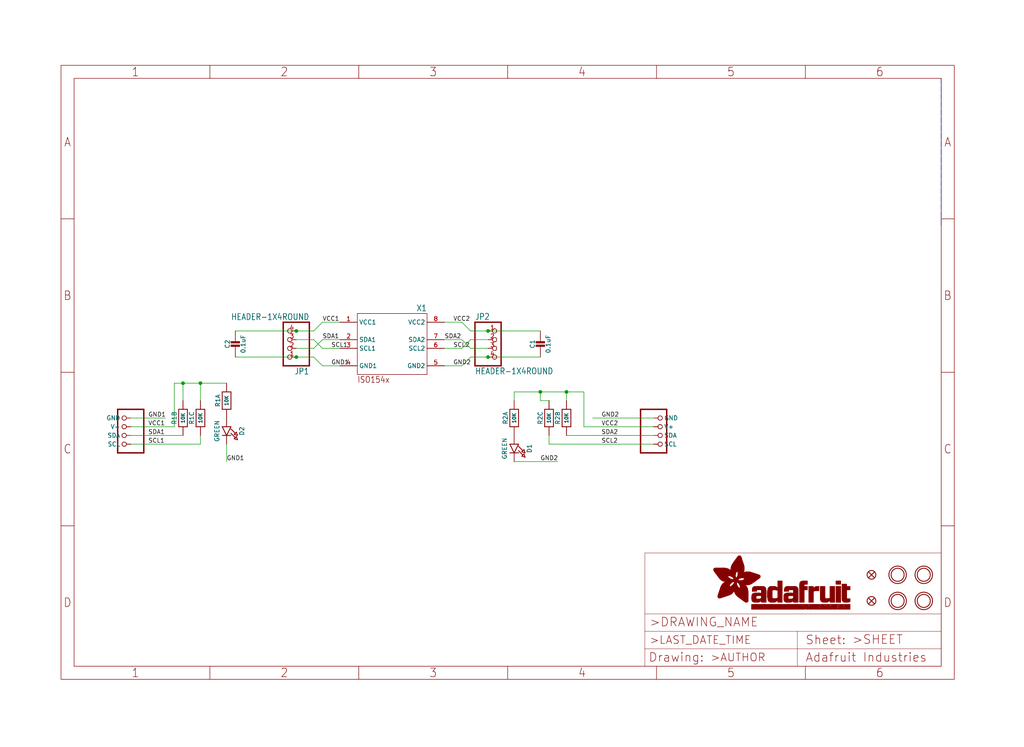
<source format=kicad_sch>
(kicad_sch (version 20211123) (generator eeschema)
  (paper "User" 298.45 217.881)
  (lib_symbols
    (symbol "eagleSchem-eagle-import:CAP_CERAMIC0603_NO"
      (property "Reference" "C" (at -2.29 1.25 90))
      (property "Value" "CAP_CERAMIC0603_NO" (at 2.3 1.25 90))
      (symbol "CAP_CERAMIC0603_NO_1_0"
        (pin passive line (at 0 5.08 270) (length 2.54) (name "1") (number "1"))
        (pin passive line (at 0 -2.54 90) (length 2.54) (name "2") (number "2"))
      )
    )
    (symbol "eagleSchem-eagle-import:FIDUCIAL_1MM")
    (symbol "eagleSchem-eagle-import:FRAME_A4_ADAFRUIT"
      (symbol "FRAME_A4_ADAFRUIT_0_0"
        (text "1" (at 21.6958 1.905 0) (effects (font (size 2.54 2.286))))
        (text "1" (at 21.6958 177.165 0) (effects (font (size 2.54 2.286))))
        (text "2" (at 65.0875 1.905 0) (effects (font (size 2.54 2.286))))
        (text "2" (at 65.0875 177.165 0) (effects (font (size 2.54 2.286))))
        (text "3" (at 108.4792 1.905 0) (effects (font (size 2.54 2.286))))
        (text "3" (at 108.4792 177.165 0) (effects (font (size 2.54 2.286))))
        (text "4" (at 151.8708 1.905 0) (effects (font (size 2.54 2.286))))
        (text "4" (at 151.8708 177.165 0) (effects (font (size 2.54 2.286))))
        (text "5" (at 195.2625 1.905 0) (effects (font (size 2.54 2.286))))
        (text "5" (at 195.2625 177.165 0) (effects (font (size 2.54 2.286))))
        (text "6" (at 238.6542 1.905 0) (effects (font (size 2.54 2.286))))
        (text "6" (at 238.6542 177.165 0) (effects (font (size 2.54 2.286))))
        (text "A" (at 1.905 156.6863 0) (effects (font (size 2.54 2.286))))
        (text "A" (at 258.445 156.6863 0) (effects (font (size 2.54 2.286))))
        (text "B" (at 1.905 111.9188 0) (effects (font (size 2.54 2.286))))
        (text "B" (at 258.445 111.9188 0) (effects (font (size 2.54 2.286))))
        (text "C" (at 1.905 67.1513 0) (effects (font (size 2.54 2.286))))
        (text "C" (at 258.445 67.1513 0) (effects (font (size 2.54 2.286))))
        (text "D" (at 1.905 22.3838 0) (effects (font (size 2.54 2.286))))
        (text "D" (at 258.445 22.3838 0) (effects (font (size 2.54 2.286))))
      )
      (symbol "FRAME_A4_ADAFRUIT_1_0"
        (text ">AUTHOR" (at 189.23 5.08 0) (effects (font (size 2.286 2.286)) (justify left bottom)))
        (text ">DRAWING_NAME" (at 171.45 15.24 0) (effects (font (size 2.54 2.54)) (justify left bottom)))
        (text ">LAST_DATE_TIME" (at 171.45 10.16 0) (effects (font (size 2.286 2.286)) (justify left bottom)))
        (text ">SHEET" (at 230.505 10.16 0) (effects (font (size 2.54 2.54)) (justify left bottom)))
        (text "Adafruit Industries" (at 216.916 4.953 0) (effects (font (size 2.54 2.54)) (justify left bottom)))
        (text "Drawing:" (at 171.196 4.953 0) (effects (font (size 2.54 2.54)) (justify left bottom)))
        (text "Sheet:" (at 216.916 10.033 0) (effects (font (size 2.54 2.54)) (justify left bottom)))
      )
    )
    (symbol "eagleSchem-eagle-import:HEADER-1X4ROUND"
      (property "Reference" "JP" (at -6.35 8.255 0))
      (property "Value" "HEADER-1X4ROUND" (at -6.35 -7.62 0))
      (symbol "HEADER-1X4ROUND_1_0"
        (pin passive inverted (at -2.54 5.08 0) (length 2.54) (name "1") (number "1"))
        (pin passive inverted (at -2.54 2.54 0) (length 2.54) (name "2") (number "2"))
        (pin passive inverted (at -2.54 0 0) (length 2.54) (name "3") (number "3"))
        (pin passive inverted (at -2.54 -2.54 0) (length 2.54) (name "4") (number "4"))
      )
    )
    (symbol "eagleSchem-eagle-import:ISO154X"
      (property "Reference" "X" (at 10.16 12.7 0))
      (symbol "ISO154X_1_0"
        (text "ISO154x" (at -10.16 -10.16 0) (effects (font (size 1.778 1.5113)) (justify left bottom)))
        (pin power_in line (at -15.24 7.62 0) (length 5.08) (name "VCC1") (number "1"))
        (pin bidirectional line (at -15.24 2.54 0) (length 5.08) (name "SDA1") (number "2"))
        (pin bidirectional line (at -15.24 0 0) (length 5.08) (name "SCL1") (number "3"))
        (pin power_in line (at -15.24 -5.08 0) (length 5.08) (name "GND1") (number "4"))
        (pin power_in line (at 15.24 -5.08 180) (length 5.08) (name "GND2") (number "5"))
        (pin bidirectional line (at 15.24 0 180) (length 5.08) (name "SCL2") (number "6"))
        (pin bidirectional line (at 15.24 2.54 180) (length 5.08) (name "SDA2") (number "7"))
        (pin power_in line (at 15.24 7.62 180) (length 5.08) (name "VCC2") (number "8"))
      )
    )
    (symbol "eagleSchem-eagle-import:LED0603_NOOUTLINE"
      (property "Reference" "D" (at -1.27 4.445 0))
      (property "Value" "LED0603_NOOUTLINE" (at -1.27 -2.794 0))
      (symbol "LED0603_NOOUTLINE_1_0"
        (pin passive line (at -5.08 0 0) (length 2.54) (name "A") (number "A"))
        (pin passive line (at 2.54 0 180) (length 2.54) (name "C") (number "C"))
      )
    )
    (symbol "eagleSchem-eagle-import:MOUNTINGHOLE2.5")
    (symbol "eagleSchem-eagle-import:RESISTOR_4PACK"
      (property "Reference" "R" (at 0 2.54 0))
      (property "Value" "RESISTOR_4PACK" (at 0 0 0))
      (symbol "RESISTOR_4PACK_1_0"
        (pin passive line (at -5.08 0 0) (length 2.54) (name "1") (number "1"))
        (pin passive line (at 5.08 0 180) (length 2.54) (name "2") (number "8"))
      )
      (symbol "RESISTOR_4PACK_2_0"
        (pin passive line (at -5.08 0 0) (length 2.54) (name "1") (number "2"))
        (pin passive line (at 5.08 0 180) (length 2.54) (name "2") (number "7"))
      )
      (symbol "RESISTOR_4PACK_3_0"
        (pin passive line (at -5.08 0 0) (length 2.54) (name "1") (number "3"))
        (pin passive line (at 5.08 0 180) (length 2.54) (name "2") (number "6"))
      )
      (symbol "RESISTOR_4PACK_4_0"
        (pin passive line (at -5.08 0 0) (length 2.54) (name "1") (number "4"))
        (pin passive line (at 5.08 0 180) (length 2.54) (name "2") (number "5"))
      )
    )
    (symbol "eagleSchem-eagle-import:STEMMA_I2C_QT"
      (symbol "STEMMA_I2C_QT_1_0"
        (pin passive inverted (at 0 5.08 0) (length 2.54) (name "GND") (number "1"))
        (pin passive inverted (at 0 2.54 0) (length 2.54) (name "V+") (number "2"))
        (pin passive inverted (at 0 0 0) (length 2.54) (name "SDA") (number "3"))
        (pin passive inverted (at 0 -2.54 0) (length 2.54) (name "SCL") (number "4"))
      )
      (symbol "STEMMA_I2C_QT_2_0"
        (pin bidirectional line (at 0 0 0) (length 5.08) (name "MT") (number "MT1"))
      )
      (symbol "STEMMA_I2C_QT_3_0"
        (pin bidirectional line (at 0 0 0) (length 5.08) (name "MT") (number "MT2"))
      )
    )
  )
  (junction (at 165.1 114.3))
  (junction (at 157.48 114.3))
  (junction (at 142.24 96.52))
  (junction (at 53.34 111.76))
  (junction (at 142.24 104.14))
  (junction (at 58.42 111.76))
  (junction (at 86.36 96.52))
  (junction (at 86.36 104.14))
  (wire (pts (xy 93.98 101.6) (xy 99.06 101.6)))
  (wire (pts (xy 170.18 114.3) (xy 165.1 114.3)))
  (wire (pts (xy 165.1 114.3) (xy 157.48 114.3)))
  (wire (pts (xy 50.8 124.46) (xy 50.8 111.76)))
  (wire (pts (xy 91.44 104.14) (xy 93.98 106.68)))
  (wire (pts (xy 157.48 116.84) (xy 160.02 116.84)))
  (wire (pts (xy 93.98 106.68) (xy 99.06 106.68)))
  (wire (pts (xy 134.62 99.06) (xy 137.16 101.6)))
  (wire (pts (xy 142.24 104.14) (xy 157.48 104.14)))
  (wire (pts (xy 93.98 93.98) (xy 99.06 93.98)))
  (wire (pts (xy 58.42 111.76) (xy 66.04 111.76)))
  (wire (pts (xy 190.5 124.46) (xy 170.18 124.46)))
  (wire (pts (xy 137.16 96.52) (xy 134.62 93.98)))
  (polyline (pts (xy 274.32 22.86) (xy 274.32 66.04)))
  (wire (pts (xy 142.24 96.52) (xy 157.48 96.52)))
  (wire (pts (xy 137.16 99.06) (xy 134.62 101.6)))
  (wire (pts (xy 53.34 116.84) (xy 53.34 111.76)))
  (wire (pts (xy 86.36 104.14) (xy 91.44 104.14)))
  (wire (pts (xy 157.48 114.3) (xy 157.48 116.84)))
  (wire (pts (xy 170.18 124.46) (xy 170.18 114.3)))
  (wire (pts (xy 129.54 106.68) (xy 134.62 106.68)))
  (wire (pts (xy 137.16 101.6) (xy 142.24 101.6)))
  (wire (pts (xy 53.34 111.76) (xy 58.42 111.76)))
  (wire (pts (xy 134.62 101.6) (xy 129.54 101.6)))
  (wire (pts (xy 165.1 127) (xy 190.5 127)))
  (wire (pts (xy 93.98 99.06) (xy 99.06 99.06)))
  (wire (pts (xy 58.42 111.76) (xy 58.42 116.84)))
  (wire (pts (xy 165.1 114.3) (xy 165.1 116.84)))
  (wire (pts (xy 91.44 96.52) (xy 93.98 93.98)))
  (wire (pts (xy 38.1 124.46) (xy 50.8 124.46)))
  (wire (pts (xy 134.62 106.68) (xy 137.16 104.14)))
  (wire (pts (xy 66.04 129.54) (xy 66.04 134.62)))
  (wire (pts (xy 86.36 101.6) (xy 91.44 101.6)))
  (wire (pts (xy 134.62 93.98) (xy 129.54 93.98)))
  (wire (pts (xy 149.86 134.62) (xy 162.56 134.62)))
  (wire (pts (xy 38.1 127) (xy 53.34 127)))
  (wire (pts (xy 157.48 114.3) (xy 149.86 114.3)))
  (wire (pts (xy 86.36 96.52) (xy 68.58 96.52)))
  (wire (pts (xy 91.44 99.06) (xy 93.98 101.6)))
  (wire (pts (xy 86.36 104.14) (xy 68.58 104.14)))
  (wire (pts (xy 91.44 101.6) (xy 93.98 99.06)))
  (wire (pts (xy 142.24 96.52) (xy 137.16 96.52)))
  (wire (pts (xy 137.16 104.14) (xy 142.24 104.14)))
  (wire (pts (xy 50.8 111.76) (xy 53.34 111.76)))
  (wire (pts (xy 149.86 114.3) (xy 149.86 116.84)))
  (wire (pts (xy 86.36 96.52) (xy 91.44 96.52)))
  (wire (pts (xy 142.24 99.06) (xy 137.16 99.06)))
  (wire (pts (xy 38.1 129.54) (xy 58.42 129.54)))
  (wire (pts (xy 86.36 99.06) (xy 91.44 99.06)))
  (wire (pts (xy 129.54 99.06) (xy 134.62 99.06)))
  (wire (pts (xy 172.72 121.92) (xy 190.5 121.92)))
  (wire (pts (xy 38.1 121.92) (xy 48.26 121.92)))
  (wire (pts (xy 190.5 129.54) (xy 160.02 129.54)))
  (wire (pts (xy 160.02 127) (xy 160.02 129.54)))
  (wire (pts (xy 58.42 129.54) (xy 58.42 127)))
  (label "SDA1" (at 93.98 99.06 0) (effects (font (size 1.2446 1.2446))))
  (label "SCL1" (at 43.18 129.54 0) (effects (font (size 1.2446 1.2446))))
  (label "GND1" (at 43.18 121.92 0) (effects (font (size 1.2446 1.2446))))
  (label "VCC2" (at 175.26 124.46 0) (effects (font (size 1.2446 1.2446))))
  (label "GND2" (at 175.26 121.92 0) (effects (font (size 1.2446 1.2446))))
  (label "SCL2" (at 175.26 129.54 0) (effects (font (size 1.2446 1.2446))))
  (label "GND1" (at 96.52 106.68 0) (effects (font (size 1.2446 1.2446))))
  (label "VCC2" (at 132.08 93.98 0) (effects (font (size 1.2446 1.2446))))
  (label "VCC1" (at 93.98 93.98 0) (effects (font (size 1.2446 1.2446))))
  (label "GND1" (at 66.04 134.62 0) (effects (font (size 1.2446 1.2446))))
  (label "GND2" (at 157.48 134.62 0) (effects (font (size 1.2446 1.2446))))
  (label "SDA1" (at 43.18 127 0) (effects (font (size 1.2446 1.2446))))
  (label "SDA2" (at 175.26 127 0) (effects (font (size 1.2446 1.2446))))
  (label "VCC1" (at 43.18 124.46 0) (effects (font (size 1.2446 1.2446))))
  (label "GND2" (at 132.08 106.68 0) (effects (font (size 1.2446 1.2446))))
  (label "SCL1" (at 96.52 101.6 0) (effects (font (size 1.2446 1.2446))))
  (label "SDA2" (at 129.54 99.06 0) (effects (font (size 1.2446 1.2446))))
  (label "SCL2" (at 132.08 101.6 0) (effects (font (size 1.2446 1.2446))))
  (symbol (lib_id "eagleSchem-eagle-import:HEADER-1X4ROUND") (at 144.78 101.6 0) (unit 1)
    (property "Reference" "JP2" (at 138.43 93.345 0) (effects (font (size 1.778 1.5113)) (justify left bottom)))
    (property "Value" "HEADER-1X4ROUND" (at 138.43 109.22 0) (effects (font (size 1.778 1.5113)) (justify left bottom)))
    (property "Footprint" "eagleSchem:1X04_ROUND" (effects hide))
  )
  (symbol (lib_id "eagleSchem-eagle-import:RESISTOR_4PACK") (at 58.42 121.92 90) (unit 3)
    (property "Reference" "R1" (at 55.88 121.92 0))
    (property "Value" "10K" (at 58.42 121.92 0) (effects (font (size 1.016 1.016) bold)))
    (property "Footprint" "eagleSchem:RESPACK_4X0603" (effects hide))
  )
  (symbol (lib_id "eagleSchem-eagle-import:MOUNTINGHOLE2.5") (at 261.62 175.26 0) (unit 1)
    (property "Reference" "U$1" (effects hide))
    (property "Value" "MOUNTINGHOLE2.5" (effects hide))
    (property "Footprint" "eagleSchem:MOUNTINGHOLE_2.5_PLATED" (effects hide))
  )
  (symbol (lib_id "eagleSchem-eagle-import:HEADER-1X4ROUND") (at 83.82 99.06 180) (unit 1)
    (property "Reference" "JP1" (at 90.17 107.315 0) (effects (font (size 1.778 1.5113)) (justify left bottom)))
    (property "Value" "HEADER-1X4ROUND" (at 90.17 91.44 0) (effects (font (size 1.778 1.5113)) (justify left bottom)))
    (property "Footprint" "eagleSchem:1X04_ROUND" (effects hide))
  )
  (symbol (lib_id "eagleSchem-eagle-import:MOUNTINGHOLE2.5") (at 269.24 175.26 0) (unit 1)
    (property "Reference" "U$21" (effects hide))
    (property "Value" "MOUNTINGHOLE2.5" (effects hide))
    (property "Footprint" "eagleSchem:MOUNTINGHOLE_2.5_PLATED" (effects hide))
  )
  (symbol (lib_id "eagleSchem-eagle-import:RESISTOR_4PACK") (at 149.86 121.92 90) (unit 1)
    (property "Reference" "R2" (at 147.32 121.92 0))
    (property "Value" "10K" (at 149.86 121.92 0) (effects (font (size 1.016 1.016) bold)))
    (property "Footprint" "eagleSchem:RESPACK_4X0603" (effects hide))
  )
  (symbol (lib_id "eagleSchem-eagle-import:FRAME_A4_ADAFRUIT") (at 17.78 198.12 0) (unit 1)
    (property "Reference" "#U$18" (effects hide))
    (property "Value" "FRAME_A4_ADAFRUIT" (effects hide))
    (property "Footprint" "eagleSchem:" (effects hide))
  )
  (symbol (lib_id "eagleSchem-eagle-import:MOUNTINGHOLE2.5") (at 261.62 167.64 0) (unit 1)
    (property "Reference" "U$17" (effects hide))
    (property "Value" "MOUNTINGHOLE2.5" (effects hide))
    (property "Footprint" "eagleSchem:MOUNTINGHOLE_2.5_PLATED" (effects hide))
  )
  (symbol (lib_id "eagleSchem-eagle-import:ISO154X") (at 114.3 101.6 0) (unit 1)
    (property "Reference" "X1" (at 124.46 88.9 0) (effects (font (size 1.778 1.5113)) (justify right top)))
    (property "Value" "ISO154X" (effects hide))
    (property "Footprint" "eagleSchem:SOIC8_150MIL" (effects hide))
  )
  (symbol (lib_id "eagleSchem-eagle-import:STEMMA_I2C_QT") (at 190.5 127 0) (unit 1)
    (property "Reference" "CONN4" (effects hide))
    (property "Value" "STEMMA_I2C_QT" (effects hide))
    (property "Footprint" "eagleSchem:JST_SH4" (effects hide))
  )
  (symbol (lib_id "eagleSchem-eagle-import:FIDUCIAL_1MM") (at 254 175.26 0) (unit 1)
    (property "Reference" "FID3" (effects hide))
    (property "Value" "FIDUCIAL_1MM" (effects hide))
    (property "Footprint" "eagleSchem:FIDUCIAL_1MM" (effects hide))
  )
  (symbol (lib_id "eagleSchem-eagle-import:RESISTOR_4PACK") (at 160.02 121.92 90) (unit 3)
    (property "Reference" "R2" (at 157.48 121.92 0))
    (property "Value" "10K" (at 160.02 121.92 0) (effects (font (size 1.016 1.016) bold)))
    (property "Footprint" "eagleSchem:RESPACK_4X0603" (effects hide))
  )
  (symbol (lib_id "eagleSchem-eagle-import:CAP_CERAMIC0603_NO") (at 68.58 101.6 0) (unit 1)
    (property "Reference" "C2" (at 66.29 100.35 90))
    (property "Value" "0.1uF" (at 70.88 100.35 90))
    (property "Footprint" "eagleSchem:0603-NO" (effects hide))
  )
  (symbol (lib_id "eagleSchem-eagle-import:FIDUCIAL_1MM") (at 254 167.64 0) (unit 1)
    (property "Reference" "FID4" (effects hide))
    (property "Value" "FIDUCIAL_1MM" (effects hide))
    (property "Footprint" "eagleSchem:FIDUCIAL_1MM" (effects hide))
  )
  (symbol (lib_id "eagleSchem-eagle-import:RESISTOR_4PACK") (at 53.34 121.92 90) (unit 2)
    (property "Reference" "R1" (at 50.8 121.92 0))
    (property "Value" "10K" (at 53.34 121.92 0) (effects (font (size 1.016 1.016) bold)))
    (property "Footprint" "eagleSchem:RESPACK_4X0603" (effects hide))
  )
  (symbol (lib_id "eagleSchem-eagle-import:LED0603_NOOUTLINE") (at 66.04 127 270) (unit 1)
    (property "Reference" "D2" (at 70.485 125.73 0))
    (property "Value" "GREEN" (at 63.246 125.73 0))
    (property "Footprint" "eagleSchem:CHIPLED_0603_NOOUTLINE" (effects hide))
  )
  (symbol (lib_id "eagleSchem-eagle-import:RESISTOR_4PACK") (at 165.1 121.92 90) (unit 2)
    (property "Reference" "R2" (at 162.56 121.92 0))
    (property "Value" "10K" (at 165.1 121.92 0) (effects (font (size 1.016 1.016) bold)))
    (property "Footprint" "eagleSchem:RESPACK_4X0603" (effects hide))
  )
  (symbol (lib_id "eagleSchem-eagle-import:MOUNTINGHOLE2.5") (at 269.24 167.64 0) (unit 1)
    (property "Reference" "U$19" (effects hide))
    (property "Value" "MOUNTINGHOLE2.5" (effects hide))
    (property "Footprint" "eagleSchem:MOUNTINGHOLE_2.5_PLATED" (effects hide))
  )
  (symbol (lib_id "eagleSchem-eagle-import:LED0603_NOOUTLINE") (at 149.86 132.08 270) (unit 1)
    (property "Reference" "D1" (at 154.305 130.81 0))
    (property "Value" "GREEN" (at 147.066 130.81 0))
    (property "Footprint" "eagleSchem:CHIPLED_0603_NOOUTLINE" (effects hide))
  )
  (symbol (lib_id "eagleSchem-eagle-import:RESISTOR_4PACK") (at 66.04 116.84 90) (unit 1)
    (property "Reference" "R1" (at 63.5 116.84 0))
    (property "Value" "10K" (at 66.04 116.84 0) (effects (font (size 1.016 1.016) bold)))
    (property "Footprint" "eagleSchem:RESPACK_4X0603" (effects hide))
  )
  (symbol (lib_id "eagleSchem-eagle-import:CAP_CERAMIC0603_NO") (at 157.48 101.6 0) (unit 1)
    (property "Reference" "C1" (at 155.19 100.35 90))
    (property "Value" "0.1uF" (at 159.78 100.35 90))
    (property "Footprint" "eagleSchem:0603-NO" (effects hide))
  )
  (symbol (lib_id "eagleSchem-eagle-import:STEMMA_I2C_QT") (at 38.1 127 0) (mirror y) (unit 1)
    (property "Reference" "CONN3" (effects hide))
    (property "Value" "STEMMA_I2C_QT" (effects hide))
    (property "Footprint" "eagleSchem:JST_SH4" (effects hide))
  )
)
</source>
